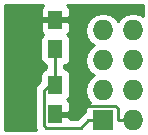
<source format=gbl>
G04 #@! TF.FileFunction,Copper,L2,Bot,Signal*
%FSLAX46Y46*%
G04 Gerber Fmt 4.6, Leading zero omitted, Abs format (unit mm)*
G04 Created by KiCad (PCBNEW 4.0.6) date Monday 02 October 2017 'à' 00:53:35*
%MOMM*%
%LPD*%
G01*
G04 APERTURE LIST*
%ADD10C,0.100000*%
%ADD11R,1.250000X1.500000*%
%ADD12R,1.727200X1.727200*%
%ADD13O,1.727200X1.727200*%
%ADD14C,0.889000*%
%ADD15C,0.254000*%
G04 APERTURE END LIST*
D10*
D11*
X122900000Y-72650000D03*
X122900000Y-70150000D03*
X122900000Y-75650000D03*
X122900000Y-78150000D03*
D12*
X126925000Y-78675000D03*
D13*
X129465000Y-78675000D03*
X126925000Y-76135000D03*
X129465000Y-76135000D03*
X126925000Y-73595000D03*
X129465000Y-73595000D03*
X126925000Y-71055000D03*
X129465000Y-71055000D03*
D14*
X124999600Y-69391700D03*
D15*
X122900000Y-75650000D02*
X122396900Y-75650000D01*
X122900000Y-75146900D02*
X122900000Y-72650000D01*
X122396900Y-75650000D02*
X122900000Y-75146900D01*
X121893600Y-76153300D02*
X122396900Y-75650000D01*
X121893600Y-79062100D02*
X121893600Y-76153300D01*
X122112900Y-79281400D02*
X121893600Y-79062100D01*
X125073700Y-79281400D02*
X122112900Y-79281400D01*
X125680100Y-78675000D02*
X125073700Y-79281400D01*
X126925000Y-78675000D02*
X125680100Y-78675000D01*
X129465000Y-78675000D02*
X128220100Y-78675000D01*
X122900000Y-78150000D02*
X123906300Y-78150000D01*
X122900000Y-70150000D02*
X123906300Y-70150000D01*
X127986600Y-77430000D02*
X124626300Y-77430000D01*
X128220100Y-77663500D02*
X127986600Y-77430000D01*
X128220100Y-78675000D02*
X128220100Y-77663500D01*
X124626300Y-77430000D02*
X123906300Y-78150000D01*
X124626300Y-70150000D02*
X123906300Y-70150000D01*
X124626300Y-77430000D02*
X124626300Y-70150000D01*
X124626300Y-69765000D02*
X124999600Y-69391700D01*
X124626300Y-70150000D02*
X124626300Y-69765000D01*
G36*
X121736673Y-69040302D02*
X121640000Y-69273691D01*
X121640000Y-69864250D01*
X121798750Y-70023000D01*
X122773000Y-70023000D01*
X122773000Y-70003000D01*
X123027000Y-70003000D01*
X123027000Y-70023000D01*
X124001250Y-70023000D01*
X124160000Y-69864250D01*
X124160000Y-69273691D01*
X124063327Y-69040302D01*
X123908026Y-68885000D01*
X130315000Y-68885000D01*
X130315000Y-69835616D01*
X130067848Y-69670474D01*
X129494359Y-69556400D01*
X129435641Y-69556400D01*
X128862152Y-69670474D01*
X128375971Y-69995330D01*
X128195000Y-70266172D01*
X128014029Y-69995330D01*
X127527848Y-69670474D01*
X126954359Y-69556400D01*
X126895641Y-69556400D01*
X126322152Y-69670474D01*
X125835971Y-69995330D01*
X125511115Y-70481511D01*
X125397041Y-71055000D01*
X125511115Y-71628489D01*
X125835971Y-72114670D01*
X126150752Y-72325000D01*
X125835971Y-72535330D01*
X125511115Y-73021511D01*
X125397041Y-73595000D01*
X125511115Y-74168489D01*
X125835971Y-74654670D01*
X126150752Y-74865000D01*
X125835971Y-75075330D01*
X125511115Y-75561511D01*
X125397041Y-76135000D01*
X125511115Y-76708489D01*
X125835971Y-77194670D01*
X125849642Y-77203805D01*
X125826083Y-77208238D01*
X125609959Y-77347310D01*
X125464969Y-77559510D01*
X125413960Y-77811400D01*
X125413960Y-77965939D01*
X125388495Y-77971004D01*
X125141285Y-78136185D01*
X124758070Y-78519400D01*
X124160000Y-78519400D01*
X124160000Y-78435750D01*
X124001250Y-78277000D01*
X123027000Y-78277000D01*
X123027000Y-78297000D01*
X122773000Y-78297000D01*
X122773000Y-78277000D01*
X122753000Y-78277000D01*
X122753000Y-78023000D01*
X122773000Y-78023000D01*
X122773000Y-78003000D01*
X123027000Y-78003000D01*
X123027000Y-78023000D01*
X124001250Y-78023000D01*
X124160000Y-77864250D01*
X124160000Y-77273691D01*
X124063327Y-77040302D01*
X123922090Y-76899064D01*
X123976441Y-76864090D01*
X124121431Y-76651890D01*
X124172440Y-76400000D01*
X124172440Y-74900000D01*
X124128162Y-74664683D01*
X123989090Y-74448559D01*
X123776890Y-74303569D01*
X123662000Y-74280303D01*
X123662000Y-74021662D01*
X123760317Y-74003162D01*
X123976441Y-73864090D01*
X124121431Y-73651890D01*
X124172440Y-73400000D01*
X124172440Y-71900000D01*
X124128162Y-71664683D01*
X123989090Y-71448559D01*
X123920994Y-71402031D01*
X124063327Y-71259698D01*
X124160000Y-71026309D01*
X124160000Y-70435750D01*
X124001250Y-70277000D01*
X123027000Y-70277000D01*
X123027000Y-70297000D01*
X122773000Y-70297000D01*
X122773000Y-70277000D01*
X121798750Y-70277000D01*
X121640000Y-70435750D01*
X121640000Y-71026309D01*
X121736673Y-71259698D01*
X121877910Y-71400936D01*
X121823559Y-71435910D01*
X121678569Y-71648110D01*
X121627560Y-71900000D01*
X121627560Y-73400000D01*
X121671838Y-73635317D01*
X121810910Y-73851441D01*
X122023110Y-73996431D01*
X122138000Y-74019697D01*
X122138000Y-74278338D01*
X122039683Y-74296838D01*
X121823559Y-74435910D01*
X121678569Y-74648110D01*
X121627560Y-74900000D01*
X121627560Y-75341709D01*
X121354785Y-75614485D01*
X121189604Y-75861695D01*
X121131600Y-76153300D01*
X121131600Y-79062100D01*
X121189604Y-79353705D01*
X121246147Y-79438327D01*
X121297378Y-79515000D01*
X118635000Y-79515000D01*
X118635000Y-68885000D01*
X121891974Y-68885000D01*
X121736673Y-69040302D01*
X121736673Y-69040302D01*
G37*
X121736673Y-69040302D02*
X121640000Y-69273691D01*
X121640000Y-69864250D01*
X121798750Y-70023000D01*
X122773000Y-70023000D01*
X122773000Y-70003000D01*
X123027000Y-70003000D01*
X123027000Y-70023000D01*
X124001250Y-70023000D01*
X124160000Y-69864250D01*
X124160000Y-69273691D01*
X124063327Y-69040302D01*
X123908026Y-68885000D01*
X130315000Y-68885000D01*
X130315000Y-69835616D01*
X130067848Y-69670474D01*
X129494359Y-69556400D01*
X129435641Y-69556400D01*
X128862152Y-69670474D01*
X128375971Y-69995330D01*
X128195000Y-70266172D01*
X128014029Y-69995330D01*
X127527848Y-69670474D01*
X126954359Y-69556400D01*
X126895641Y-69556400D01*
X126322152Y-69670474D01*
X125835971Y-69995330D01*
X125511115Y-70481511D01*
X125397041Y-71055000D01*
X125511115Y-71628489D01*
X125835971Y-72114670D01*
X126150752Y-72325000D01*
X125835971Y-72535330D01*
X125511115Y-73021511D01*
X125397041Y-73595000D01*
X125511115Y-74168489D01*
X125835971Y-74654670D01*
X126150752Y-74865000D01*
X125835971Y-75075330D01*
X125511115Y-75561511D01*
X125397041Y-76135000D01*
X125511115Y-76708489D01*
X125835971Y-77194670D01*
X125849642Y-77203805D01*
X125826083Y-77208238D01*
X125609959Y-77347310D01*
X125464969Y-77559510D01*
X125413960Y-77811400D01*
X125413960Y-77965939D01*
X125388495Y-77971004D01*
X125141285Y-78136185D01*
X124758070Y-78519400D01*
X124160000Y-78519400D01*
X124160000Y-78435750D01*
X124001250Y-78277000D01*
X123027000Y-78277000D01*
X123027000Y-78297000D01*
X122773000Y-78297000D01*
X122773000Y-78277000D01*
X122753000Y-78277000D01*
X122753000Y-78023000D01*
X122773000Y-78023000D01*
X122773000Y-78003000D01*
X123027000Y-78003000D01*
X123027000Y-78023000D01*
X124001250Y-78023000D01*
X124160000Y-77864250D01*
X124160000Y-77273691D01*
X124063327Y-77040302D01*
X123922090Y-76899064D01*
X123976441Y-76864090D01*
X124121431Y-76651890D01*
X124172440Y-76400000D01*
X124172440Y-74900000D01*
X124128162Y-74664683D01*
X123989090Y-74448559D01*
X123776890Y-74303569D01*
X123662000Y-74280303D01*
X123662000Y-74021662D01*
X123760317Y-74003162D01*
X123976441Y-73864090D01*
X124121431Y-73651890D01*
X124172440Y-73400000D01*
X124172440Y-71900000D01*
X124128162Y-71664683D01*
X123989090Y-71448559D01*
X123920994Y-71402031D01*
X124063327Y-71259698D01*
X124160000Y-71026309D01*
X124160000Y-70435750D01*
X124001250Y-70277000D01*
X123027000Y-70277000D01*
X123027000Y-70297000D01*
X122773000Y-70297000D01*
X122773000Y-70277000D01*
X121798750Y-70277000D01*
X121640000Y-70435750D01*
X121640000Y-71026309D01*
X121736673Y-71259698D01*
X121877910Y-71400936D01*
X121823559Y-71435910D01*
X121678569Y-71648110D01*
X121627560Y-71900000D01*
X121627560Y-73400000D01*
X121671838Y-73635317D01*
X121810910Y-73851441D01*
X122023110Y-73996431D01*
X122138000Y-74019697D01*
X122138000Y-74278338D01*
X122039683Y-74296838D01*
X121823559Y-74435910D01*
X121678569Y-74648110D01*
X121627560Y-74900000D01*
X121627560Y-75341709D01*
X121354785Y-75614485D01*
X121189604Y-75861695D01*
X121131600Y-76153300D01*
X121131600Y-79062100D01*
X121189604Y-79353705D01*
X121246147Y-79438327D01*
X121297378Y-79515000D01*
X118635000Y-79515000D01*
X118635000Y-68885000D01*
X121891974Y-68885000D01*
X121736673Y-69040302D01*
G36*
X129592000Y-78548000D02*
X129612000Y-78548000D01*
X129612000Y-78802000D01*
X129592000Y-78802000D01*
X129592000Y-78822000D01*
X129338000Y-78822000D01*
X129338000Y-78802000D01*
X129318000Y-78802000D01*
X129318000Y-78548000D01*
X129338000Y-78548000D01*
X129338000Y-78528000D01*
X129592000Y-78528000D01*
X129592000Y-78548000D01*
X129592000Y-78548000D01*
G37*
X129592000Y-78548000D02*
X129612000Y-78548000D01*
X129612000Y-78802000D01*
X129592000Y-78802000D01*
X129592000Y-78822000D01*
X129338000Y-78822000D01*
X129338000Y-78802000D01*
X129318000Y-78802000D01*
X129318000Y-78548000D01*
X129338000Y-78548000D01*
X129338000Y-78528000D01*
X129592000Y-78528000D01*
X129592000Y-78548000D01*
M02*

</source>
